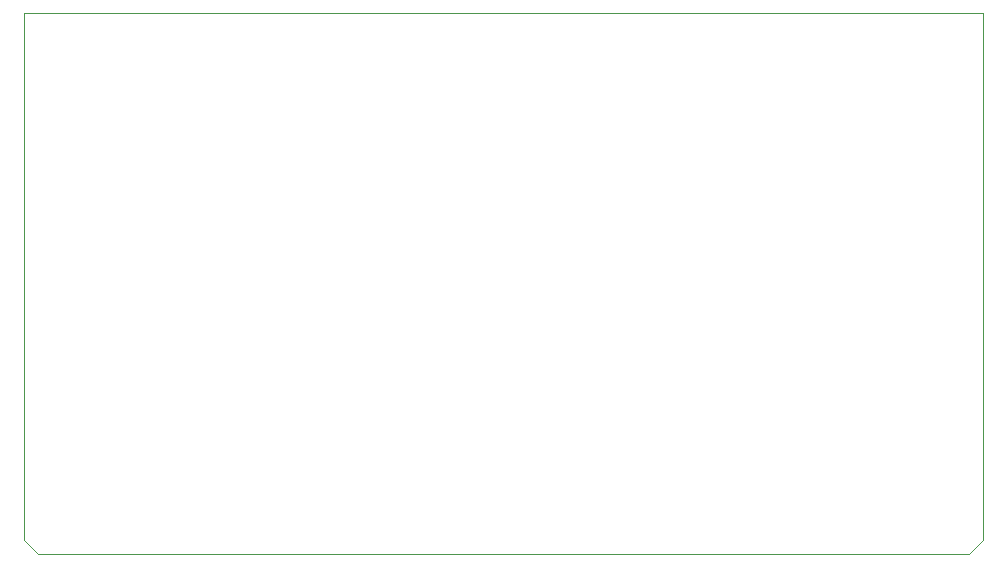
<source format=gbr>
G04 #@! TF.GenerationSoftware,KiCad,Pcbnew,(5.1.5)-3*
G04 #@! TF.CreationDate,2021-10-09T13:10:46+03:00*
G04 #@! TF.ProjectId,OPL2,4f504c32-2e6b-4696-9361-645f70636258,rev?*
G04 #@! TF.SameCoordinates,Original*
G04 #@! TF.FileFunction,Profile,NP*
%FSLAX46Y46*%
G04 Gerber Fmt 4.6, Leading zero omitted, Abs format (unit mm)*
G04 Created by KiCad (PCBNEW (5.1.5)-3) date 2021-10-09 13:10:46*
%MOMM*%
%LPD*%
G04 APERTURE LIST*
%ADD10C,0.050000*%
G04 APERTURE END LIST*
D10*
X180600000Y-78000000D02*
X180600000Y-82000000D01*
X99400000Y-78000000D02*
X180600000Y-78000000D01*
X99400000Y-82000000D02*
X99400000Y-78000000D01*
X180600000Y-82000000D02*
X180600000Y-85000000D01*
X99400000Y-85000000D02*
X99400000Y-82000000D01*
X99400000Y-85000000D02*
X99400000Y-116200000D01*
X99400000Y-122600000D02*
X100600000Y-123800000D01*
X99400000Y-116200000D02*
X99400000Y-122600000D01*
X180600000Y-114900000D02*
X180600000Y-85000000D01*
X179400000Y-123800000D02*
X100600000Y-123800000D01*
X180600000Y-122600000D02*
X180600000Y-114900000D01*
X179400000Y-123800000D02*
X180600000Y-122600000D01*
M02*

</source>
